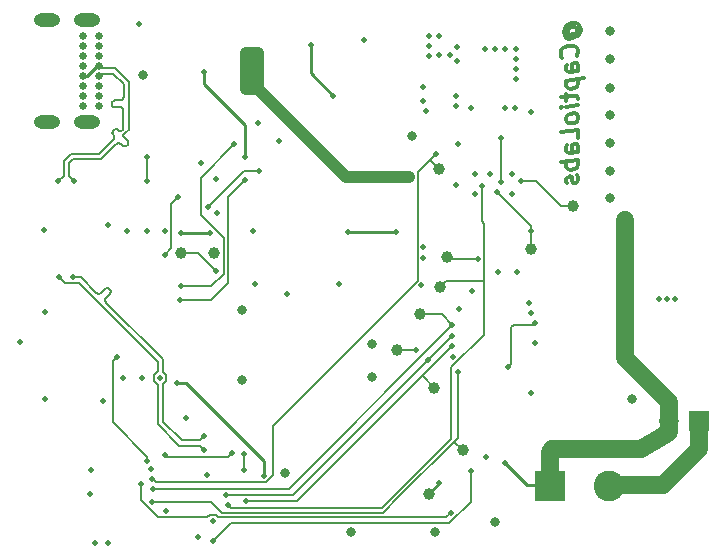
<source format=gbr>
G04 #@! TF.GenerationSoftware,KiCad,Pcbnew,(5.1.5-0-10_14)*
G04 #@! TF.CreationDate,2020-06-14T19:46:55-04:00*
G04 #@! TF.ProjectId,PD_PowerSupply,50445f50-6f77-4657-9253-7570706c792e,rev?*
G04 #@! TF.SameCoordinates,Original*
G04 #@! TF.FileFunction,Copper,L4,Bot*
G04 #@! TF.FilePolarity,Positive*
%FSLAX46Y46*%
G04 Gerber Fmt 4.6, Leading zero omitted, Abs format (unit mm)*
G04 Created by KiCad (PCBNEW (5.1.5-0-10_14)) date 2020-06-14 19:46:55*
%MOMM*%
%LPD*%
G04 APERTURE LIST*
%ADD10C,0.300000*%
%ADD11C,2.600000*%
%ADD12R,2.600000X2.600000*%
%ADD13C,1.000000*%
%ADD14O,2.216000X1.108000*%
%ADD15C,0.650000*%
%ADD16O,1.700000X1.700000*%
%ADD17R,1.700000X1.700000*%
%ADD18C,0.508000*%
%ADD19C,0.800000*%
%ADD20C,0.152400*%
%ADD21C,0.254000*%
%ADD22C,0.508000*%
%ADD23C,1.016000*%
%ADD24C,1.524000*%
%ADD25C,0.200000*%
G04 APERTURE END LIST*
D10*
X159553085Y-76046185D02*
X159481657Y-75983685D01*
X159410228Y-75849757D01*
X159410228Y-75706900D01*
X159481657Y-75555114D01*
X159553085Y-75474757D01*
X159695942Y-75385471D01*
X159838800Y-75367614D01*
X159981657Y-75421185D01*
X160053085Y-75483685D01*
X160124514Y-75617614D01*
X160124514Y-75760471D01*
X160053085Y-75912257D01*
X159981657Y-75992614D01*
X159410228Y-76064042D02*
X159981657Y-75992614D01*
X160053085Y-76055114D01*
X160053085Y-76126542D01*
X159981657Y-76278328D01*
X159838800Y-76367614D01*
X159481657Y-76412257D01*
X159267371Y-76296185D01*
X159124514Y-76099757D01*
X159053085Y-75822971D01*
X159124514Y-75528328D01*
X159267371Y-75296185D01*
X159481657Y-75126542D01*
X159767371Y-75019400D01*
X160053085Y-75055114D01*
X160267371Y-75171185D01*
X160410228Y-75367614D01*
X160481657Y-75644400D01*
X160410228Y-75939042D01*
X160267371Y-76171185D01*
X160124514Y-77831900D02*
X160195942Y-77751542D01*
X160267371Y-77528328D01*
X160267371Y-77385471D01*
X160195942Y-77180114D01*
X160053085Y-77055114D01*
X159910228Y-77001542D01*
X159624514Y-76965828D01*
X159410228Y-76992614D01*
X159124514Y-77099757D01*
X158981657Y-77189042D01*
X158838800Y-77349757D01*
X158767371Y-77572971D01*
X158767371Y-77715828D01*
X158838800Y-77921185D01*
X158910228Y-77983685D01*
X160267371Y-79099757D02*
X159481657Y-79197971D01*
X159338800Y-79144400D01*
X159267371Y-79010471D01*
X159267371Y-78724757D01*
X159338800Y-78572971D01*
X160195942Y-79108685D02*
X160267371Y-78956900D01*
X160267371Y-78599757D01*
X160195942Y-78465828D01*
X160053085Y-78412257D01*
X159910228Y-78430114D01*
X159767371Y-78519400D01*
X159695942Y-78671185D01*
X159695942Y-79028328D01*
X159624514Y-79180114D01*
X159267371Y-79939042D02*
X160767371Y-79751542D01*
X159338800Y-79930114D02*
X159267371Y-80081900D01*
X159267371Y-80367614D01*
X159338800Y-80501542D01*
X159410228Y-80564042D01*
X159553085Y-80617614D01*
X159981657Y-80564042D01*
X160124514Y-80474757D01*
X160195942Y-80394400D01*
X160267371Y-80242614D01*
X160267371Y-79956900D01*
X160195942Y-79822971D01*
X159267371Y-81081900D02*
X159267371Y-81653328D01*
X158767371Y-81358685D02*
X160053085Y-81197971D01*
X160195942Y-81251542D01*
X160267371Y-81385471D01*
X160267371Y-81528328D01*
X160267371Y-82028328D02*
X159267371Y-82153328D01*
X158767371Y-82215828D02*
X158838800Y-82135471D01*
X158910228Y-82197971D01*
X158838800Y-82278328D01*
X158767371Y-82215828D01*
X158910228Y-82197971D01*
X160267371Y-82956900D02*
X160195942Y-82822971D01*
X160124514Y-82760471D01*
X159981657Y-82706900D01*
X159553085Y-82760471D01*
X159410228Y-82849757D01*
X159338800Y-82930114D01*
X159267371Y-83081900D01*
X159267371Y-83296185D01*
X159338800Y-83430114D01*
X159410228Y-83492614D01*
X159553085Y-83546185D01*
X159981657Y-83492614D01*
X160124514Y-83403328D01*
X160195942Y-83322971D01*
X160267371Y-83171185D01*
X160267371Y-82956900D01*
X160267371Y-84814042D02*
X160267371Y-84099757D01*
X158767371Y-84287257D01*
X160267371Y-85956900D02*
X159481657Y-86055114D01*
X159338800Y-86001542D01*
X159267371Y-85867614D01*
X159267371Y-85581900D01*
X159338800Y-85430114D01*
X160195942Y-85965828D02*
X160267371Y-85814042D01*
X160267371Y-85456900D01*
X160195942Y-85322971D01*
X160053085Y-85269400D01*
X159910228Y-85287257D01*
X159767371Y-85376542D01*
X159695942Y-85528328D01*
X159695942Y-85885471D01*
X159624514Y-86037257D01*
X160267371Y-86671185D02*
X158767371Y-86858685D01*
X159338800Y-86787257D02*
X159267371Y-86939042D01*
X159267371Y-87224757D01*
X159338800Y-87358685D01*
X159410228Y-87421185D01*
X159553085Y-87474757D01*
X159981657Y-87421185D01*
X160124514Y-87331900D01*
X160195942Y-87251542D01*
X160267371Y-87099757D01*
X160267371Y-86814042D01*
X160195942Y-86680114D01*
X160195942Y-87965828D02*
X160267371Y-88099757D01*
X160267371Y-88385471D01*
X160195942Y-88537257D01*
X160053085Y-88626542D01*
X159981657Y-88635471D01*
X159838800Y-88581900D01*
X159767371Y-88447971D01*
X159767371Y-88233685D01*
X159695942Y-88099757D01*
X159553085Y-88046185D01*
X159481657Y-88055114D01*
X159338800Y-88144400D01*
X159267371Y-88296185D01*
X159267371Y-88510471D01*
X159338800Y-88644400D01*
D11*
X162888800Y-114234400D03*
D12*
X157888800Y-114234400D03*
D13*
X148488800Y-87434400D03*
X156288800Y-94234400D03*
X159788800Y-90534400D03*
D14*
X115305000Y-74805000D03*
X115305000Y-83455000D03*
X118685000Y-83455000D03*
X118685000Y-74805000D03*
D15*
X118315000Y-76155000D03*
X118315000Y-77005000D03*
X118315000Y-77855000D03*
X118315000Y-78705000D03*
X118315000Y-79555000D03*
X118315000Y-80405000D03*
X118315000Y-81255000D03*
X118315000Y-82105000D03*
X119665000Y-82105000D03*
X119665000Y-81255000D03*
X119665000Y-80405000D03*
X119665000Y-79555000D03*
X119665000Y-78705000D03*
X119665000Y-77855000D03*
X119665000Y-77005000D03*
X119665000Y-76155000D03*
D13*
X144888800Y-102734400D03*
X146888800Y-99734400D03*
X150488800Y-111234400D03*
X149188800Y-94834400D03*
X148588800Y-97434400D03*
X148088800Y-105934400D03*
X147593200Y-114944000D03*
X129457600Y-94573200D03*
X126612800Y-94573200D03*
D16*
X167964000Y-108746400D03*
D17*
X170504000Y-108746400D03*
D18*
X129559200Y-96046400D03*
X126612800Y-94573200D03*
X131946800Y-111591200D03*
X131946800Y-112912000D03*
X125292000Y-111642000D03*
X129457600Y-94573200D03*
X130981600Y-111438800D03*
X152381200Y-77301200D03*
X149650800Y-103322000D03*
X150034000Y-78278400D03*
X150034000Y-77059200D03*
X147134000Y-81678400D03*
X147134000Y-80459200D03*
X124834800Y-105114200D03*
X123285400Y-105114200D03*
X121736000Y-105114200D03*
X119348400Y-119058800D03*
X128086000Y-118550800D03*
X125393600Y-116366400D03*
X153435200Y-96148000D03*
X156635600Y-102142400D03*
X152419200Y-111794400D03*
D19*
X164814400Y-106866800D03*
X162934800Y-89848800D03*
X162985600Y-87562800D03*
X162934800Y-85226000D03*
X162934800Y-82889200D03*
X162985600Y-80552400D03*
X162985600Y-78114000D03*
D18*
X139973200Y-97164000D03*
X149879200Y-81212800D03*
X149879200Y-82076400D03*
X151188800Y-82234400D03*
X148488800Y-76134400D03*
X147593200Y-76996400D03*
X147593200Y-76183600D03*
X147593200Y-77860000D03*
X148507600Y-77809200D03*
X149371200Y-77809200D03*
D19*
X153211200Y-117267600D03*
X135466400Y-113162400D03*
X140989200Y-118144400D03*
X148152000Y-118144400D03*
D18*
X135604400Y-97976800D03*
X146983600Y-97265600D03*
X147136000Y-94928800D03*
X147136000Y-94065200D03*
X168461200Y-98435600D03*
X167800800Y-98435600D03*
X167140400Y-98435600D03*
X115081200Y-106917600D03*
X120466000Y-92185600D03*
X142106800Y-76488400D03*
X134940800Y-85073600D03*
X133140800Y-83498800D03*
X123107600Y-75116800D03*
X132759600Y-92642800D03*
X122091600Y-92642800D03*
X123717200Y-92642800D03*
X125292000Y-92642800D03*
X129588800Y-88234400D03*
X128288800Y-86934400D03*
X115005000Y-92566600D03*
X113023800Y-102040800D03*
D19*
X142818000Y-105066400D03*
D18*
X154959200Y-79841200D03*
X154959200Y-78994532D03*
X154959200Y-78147866D03*
X153240533Y-77301200D03*
X154099866Y-77301200D03*
X154959200Y-77301200D03*
X154044800Y-82279600D03*
X154888800Y-82279600D03*
D19*
X162985600Y-75777200D03*
D18*
X156229200Y-99653200D03*
X150188800Y-99234400D03*
X149916000Y-88744000D03*
X127070000Y-108492400D03*
X124088800Y-112834400D03*
X120466000Y-119058800D03*
X118888800Y-114934400D03*
X118988800Y-112934400D03*
X154688800Y-89534400D03*
X151488800Y-87834400D03*
D19*
X146188800Y-84634400D03*
D18*
X156288800Y-82634400D03*
X156235514Y-106388924D03*
X137636400Y-76894800D03*
X139516000Y-81212800D03*
X125241200Y-94674800D03*
X126409600Y-89798000D03*
D19*
X131794400Y-105292000D03*
X131794400Y-99399200D03*
D18*
X128797200Y-113369200D03*
X115081200Y-99551600D03*
X132886700Y-97164000D03*
X129305200Y-117228000D03*
D19*
X142818000Y-102266400D03*
D18*
X155081199Y-96148000D03*
X151281201Y-97743199D03*
X120034200Y-107095400D03*
X154688800Y-87834400D03*
X152788800Y-87834400D03*
X151488800Y-89534400D03*
X150057559Y-85303159D03*
X147388800Y-82534400D03*
X156088800Y-98734400D03*
D19*
X133166000Y-77606000D03*
X133166000Y-78622000D03*
X133166000Y-79638000D03*
X132150000Y-77606000D03*
X132150000Y-78622000D03*
X132150000Y-79638000D03*
X132150000Y-80654000D03*
X123412400Y-79434800D03*
X145901600Y-88121600D03*
X133166000Y-80654000D03*
D18*
X132068400Y-86363600D03*
X128594000Y-79180800D03*
X128898800Y-90610800D03*
X133267600Y-87562800D03*
X129715600Y-91114800D03*
X148507600Y-114029600D03*
X149472800Y-116518800D03*
X123209200Y-114131198D03*
X132048400Y-88375600D03*
X126562000Y-98535600D03*
X131134000Y-85327600D03*
X126663600Y-97367200D03*
X153688800Y-88534400D03*
X153688800Y-84834400D03*
X126587400Y-92871400D03*
X129076600Y-92871400D03*
X154349600Y-104225200D03*
X156635600Y-100466000D03*
D19*
X164255600Y-93049200D03*
X164255600Y-91728400D03*
D18*
X154044800Y-112302400D03*
X123768000Y-112150000D03*
X121228000Y-103361600D03*
X124150000Y-115578000D03*
X150082400Y-104631600D03*
X130458000Y-115030000D03*
X149588802Y-101534394D03*
X147538797Y-103584397D03*
X146488800Y-102734408D03*
X124225200Y-114486800D03*
X149588802Y-100634400D03*
X132105801Y-115560201D03*
X149588802Y-102434400D03*
X140786000Y-92795200D03*
X144850000Y-92795200D03*
X133623200Y-113420000D03*
X126308000Y-105571400D03*
X123717200Y-88477200D03*
X123717200Y-86394400D03*
X128594000Y-110067200D03*
X117519600Y-96605200D03*
X128594000Y-111184800D03*
X116300400Y-96605200D03*
X116249600Y-88426400D03*
X117570400Y-88426400D03*
X155388800Y-88434400D03*
X153388800Y-89334400D03*
X156288800Y-92634400D03*
X151149200Y-113013600D03*
X129356001Y-118957199D03*
X151809600Y-95013600D03*
X130575200Y-115858400D03*
X152088800Y-88834400D03*
X148188800Y-86134400D03*
X124188800Y-113634400D03*
D20*
X129559200Y-96148000D02*
X129559200Y-96148000D01*
X128086000Y-94573200D02*
X129559200Y-96046400D01*
X126612800Y-94573200D02*
X128086000Y-94573200D01*
X131946800Y-112759600D02*
X131794400Y-112912000D01*
X131946800Y-111591200D02*
X131946800Y-112759600D01*
X130586000Y-111834400D02*
X130981600Y-111438800D01*
X125484400Y-111834400D02*
X130586000Y-111834400D01*
X125292000Y-111642000D02*
X125484400Y-111834400D01*
D21*
X137636400Y-79333200D02*
X139516000Y-81212800D01*
X137636400Y-76894800D02*
X137636400Y-79333200D01*
D20*
X126155601Y-90051999D02*
X126409600Y-89798000D01*
X125822201Y-90385399D02*
X126155601Y-90051999D01*
X125822201Y-94093799D02*
X125822201Y-90385399D01*
X125241200Y-94674800D02*
X125822201Y-94093799D01*
D22*
X145866000Y-88121600D02*
X145866000Y-88121600D01*
D23*
X140633600Y-88121600D02*
X145901600Y-88121600D01*
X133166000Y-80654000D02*
X140633600Y-88121600D01*
X133166000Y-80654000D02*
X133166000Y-77606000D01*
X132150000Y-77606000D02*
X132150000Y-80654000D01*
X132150000Y-80654000D02*
X133166000Y-80654000D01*
X132150000Y-79638000D02*
X133166000Y-79638000D01*
X132150000Y-78622000D02*
X133166000Y-78622000D01*
X132150000Y-77606000D02*
X133166000Y-77606000D01*
D21*
X132068400Y-86363600D02*
X132068400Y-83671200D01*
X132068400Y-83671200D02*
X128594000Y-80196800D01*
X128594000Y-80196800D02*
X128594000Y-79180800D01*
X128594000Y-79180800D02*
X128594000Y-79180800D01*
D20*
X128898800Y-90610800D02*
X131946800Y-87562800D01*
X131946800Y-87562800D02*
X133267600Y-87562800D01*
D21*
X147593200Y-114944000D02*
X148507600Y-114029600D01*
X123158400Y-114131200D02*
X123158400Y-114131200D01*
D20*
X128823302Y-116925200D02*
X124686118Y-116925200D01*
X123209200Y-114490408D02*
X123209200Y-114131198D01*
X123209200Y-115448282D02*
X123209200Y-114490408D01*
X129787098Y-116925200D02*
X129559697Y-116697799D01*
X149472800Y-116518800D02*
X149066400Y-116925200D01*
X129559697Y-116697799D02*
X129050703Y-116697799D01*
X149066400Y-116925200D02*
X129787098Y-116925200D01*
X129050703Y-116697799D02*
X128823302Y-116925200D01*
X124686118Y-116925200D02*
X123209200Y-115448282D01*
X130626000Y-97052782D02*
X130626000Y-89798000D01*
X129143182Y-98535600D02*
X130626000Y-97052782D01*
X130626000Y-89798000D02*
X132048400Y-88375600D01*
X126562000Y-98535600D02*
X129143182Y-98535600D01*
X130233801Y-96289399D02*
X129156000Y-97367200D01*
X129156000Y-97367200D02*
X126663600Y-97367200D01*
X130233801Y-93243903D02*
X130233801Y-96289399D01*
X128289200Y-91299302D02*
X130233801Y-93243903D01*
X128289200Y-88172400D02*
X128289200Y-91299302D01*
X131134000Y-85327600D02*
X128289200Y-88172400D01*
X153688800Y-88534400D02*
X153688800Y-88175190D01*
X153688800Y-88175190D02*
X153688800Y-84834400D01*
X129076600Y-92871400D02*
X129076600Y-92871400D01*
D21*
X126587400Y-92871400D02*
X129076600Y-92871400D01*
D24*
X164693277Y-114182000D02*
X162854800Y-114182000D01*
X170504000Y-111120400D02*
X167442400Y-114182000D01*
X167442400Y-114182000D02*
X164693277Y-114182000D01*
X170504000Y-108746400D02*
X170504000Y-111120400D01*
D20*
X156635600Y-100466000D02*
X156534000Y-100618400D01*
X156479200Y-100622400D02*
X156635600Y-100466000D01*
X154800800Y-100622400D02*
X156479200Y-100622400D01*
X154603599Y-100819601D02*
X154800800Y-100622400D01*
X154603599Y-103971201D02*
X154603599Y-100819601D01*
X154349600Y-104225200D02*
X154603599Y-103971201D01*
D24*
X157854800Y-111358000D02*
X157854800Y-114182000D01*
X158078800Y-111134000D02*
X157854800Y-111358000D01*
X165576400Y-111134000D02*
X158078800Y-111134000D01*
X164255600Y-103463200D02*
X167964000Y-107171600D01*
X167964000Y-107171600D02*
X167964000Y-109711600D01*
X167964000Y-109711600D02*
X167862400Y-109813200D01*
X164255600Y-91728400D02*
X164255600Y-103463200D01*
X167862400Y-109813200D02*
X165576400Y-111134000D01*
X167964000Y-108746400D02*
X167862400Y-109813200D01*
D21*
X157854800Y-114182000D02*
X155924400Y-114182000D01*
X155924400Y-114182000D02*
X154044800Y-112302400D01*
X154044800Y-112302400D02*
X154044800Y-112302400D01*
X154044800Y-112302400D02*
X154044800Y-112302400D01*
D20*
X120872400Y-108873400D02*
X120872400Y-103717200D01*
X120872400Y-103717200D02*
X121228000Y-103361600D01*
X123768000Y-111769000D02*
X120872400Y-108873400D01*
X123768000Y-112150000D02*
X123768000Y-111769000D01*
X121228000Y-103361600D02*
X121228000Y-103361600D01*
X150082400Y-104631600D02*
X150082400Y-104631600D01*
X124150000Y-115578000D02*
X129177200Y-115578000D01*
X130118000Y-116518800D02*
X143744729Y-116518800D01*
X129177200Y-115578000D02*
X130118000Y-116518800D01*
X149825210Y-110438320D02*
X150082400Y-110181130D01*
X143744729Y-116518800D02*
X145116329Y-115147200D01*
X150082400Y-110181130D02*
X150082400Y-104631600D01*
X149758965Y-110504565D02*
X150488800Y-111234400D01*
X145116329Y-115147200D02*
X149758965Y-110504565D01*
X149758965Y-110504565D02*
X149825210Y-110438320D01*
X136093194Y-115030000D02*
X147538797Y-103584397D01*
X130458000Y-115030000D02*
X136093194Y-115030000D01*
X149334801Y-101788393D02*
X149588800Y-101534394D01*
X147538797Y-103584397D02*
X149334801Y-101788393D01*
X144888800Y-102734400D02*
X146488792Y-102734400D01*
X146488792Y-102734400D02*
X146488800Y-102734408D01*
X148688802Y-99734400D02*
X149588802Y-100634400D01*
X146888800Y-99734400D02*
X148688802Y-99734400D01*
X149588802Y-100645096D02*
X149588802Y-100634400D01*
X135747098Y-114486800D02*
X149588802Y-100645096D01*
X124225200Y-114486800D02*
X135747098Y-114486800D01*
X132105801Y-115560201D02*
X132105801Y-115560201D01*
X149334801Y-102688399D02*
X149588800Y-102434400D01*
X132105801Y-115560201D02*
X136462999Y-115560201D01*
X147138800Y-104984400D02*
X148088800Y-105934400D01*
X147138800Y-104884400D02*
X147138800Y-104984400D01*
X136462999Y-115560201D02*
X147138800Y-104884400D01*
X147138800Y-104884400D02*
X149334801Y-102688399D01*
D21*
X144490790Y-92795200D02*
X140786000Y-92795200D01*
X144850000Y-92795200D02*
X144490790Y-92795200D01*
X133623200Y-113420000D02*
X133623200Y-112168800D01*
X127025800Y-105571400D02*
X126308000Y-105571400D01*
X133623200Y-112168800D02*
X127025800Y-105571400D01*
D20*
X123717200Y-88477200D02*
X123717200Y-86394400D01*
X128594000Y-110067200D02*
X128594000Y-110067200D01*
D25*
X119501892Y-97918655D02*
X119449371Y-97876771D01*
X118177800Y-96605200D02*
X117519600Y-96605200D01*
X119760585Y-97947803D02*
X119695091Y-97962752D01*
X119873634Y-97876770D02*
X119821111Y-97918655D01*
X120156477Y-97593928D02*
X119873634Y-97876770D01*
X120402199Y-97507946D02*
X120335020Y-97507946D01*
X120335020Y-97507946D02*
X120269526Y-97522895D01*
X120580742Y-97593928D02*
X120528219Y-97552042D01*
X119449371Y-97876771D02*
X118177800Y-96605200D01*
X119695091Y-97962752D02*
X119627912Y-97962752D01*
X120209000Y-97552042D02*
X120156477Y-97593928D01*
X120622627Y-97646450D02*
X120580742Y-97593928D01*
X120666724Y-97772470D02*
X120651775Y-97706976D01*
X120269526Y-97522895D02*
X120209000Y-97552042D01*
X120651775Y-97905143D02*
X120666724Y-97839649D01*
X119562418Y-97947803D02*
X119501892Y-97918655D01*
X120622627Y-97965669D02*
X120651775Y-97905143D01*
X120256014Y-98353558D02*
X120297900Y-98301035D01*
X120297900Y-98301035D02*
X120580742Y-98018192D01*
X120666724Y-97839649D02*
X120666724Y-97772470D01*
X120226867Y-98414084D02*
X120256014Y-98353558D01*
X125113800Y-108841200D02*
X125113800Y-105581122D01*
X120651775Y-97706976D02*
X120622627Y-97646450D01*
X120226867Y-98612251D02*
X120211918Y-98546757D01*
X125338801Y-104872279D02*
X125113800Y-104647278D01*
X119821111Y-97918655D02*
X119760585Y-97947803D01*
X120256014Y-98672777D02*
X120226867Y-98612251D01*
X119627912Y-97962752D02*
X119562418Y-97947803D01*
X125338801Y-105356121D02*
X125338801Y-104872279D01*
X125113800Y-103541200D02*
X120297900Y-98725300D01*
X120211918Y-98546757D02*
X120211918Y-98479578D01*
X125113800Y-104647278D02*
X125113800Y-103541200D01*
X128260200Y-110401000D02*
X126673600Y-110401000D01*
X120528219Y-97552042D02*
X120467693Y-97522895D01*
X120211918Y-98479578D02*
X120226867Y-98414084D01*
X120467693Y-97522895D02*
X120402199Y-97507946D01*
X125113800Y-105581122D02*
X125338801Y-105356121D01*
X120580742Y-98018192D02*
X120622627Y-97965669D01*
X120297900Y-98725300D02*
X120256014Y-98672777D01*
X126673600Y-110401000D02*
X125113800Y-108841200D01*
X128594000Y-110067200D02*
X128260200Y-110401000D01*
D20*
X128594000Y-111184800D02*
X128594000Y-111184800D01*
D25*
X116804401Y-97109201D02*
X116300400Y-96605200D01*
X124663800Y-103727600D02*
X118088800Y-97152600D01*
X124663800Y-104539278D02*
X124663800Y-103727600D01*
X124592879Y-105618201D02*
X124330799Y-105356121D01*
X124330799Y-104872279D02*
X124663800Y-104539278D01*
X124663800Y-105618201D02*
X124592879Y-105618201D01*
X124330799Y-105356121D02*
X124330799Y-104872279D01*
X126487200Y-110851000D02*
X124663800Y-109027600D01*
X118088800Y-97152600D02*
X118088800Y-97134400D01*
X124663800Y-109027600D02*
X124663800Y-105618201D01*
X118063601Y-97109201D02*
X116804401Y-97109201D01*
X118088800Y-97134400D02*
X118063601Y-97109201D01*
X128260200Y-110851000D02*
X126487200Y-110851000D01*
X128594000Y-111184800D02*
X128260200Y-110851000D01*
D20*
X116249600Y-88426400D02*
X116249600Y-88426400D01*
D25*
X116685000Y-87991000D02*
X116249600Y-88426400D01*
X116685000Y-86720000D02*
X116685000Y-87991000D01*
X120893655Y-84911342D02*
X120840271Y-84964728D01*
X120930270Y-84865429D02*
X120893655Y-84911342D01*
X120955750Y-84812519D02*
X120930270Y-84865429D01*
X120968818Y-84755265D02*
X120955750Y-84812519D01*
X120930270Y-84586377D02*
X120955750Y-84639287D01*
X120818493Y-84384386D02*
X120831560Y-84441639D01*
X120857041Y-84494549D02*
X120930270Y-84586377D01*
X121272006Y-84079584D02*
X121219096Y-84054104D01*
X121642886Y-84152814D02*
X121589976Y-84178294D01*
X120992954Y-84079584D02*
X120947041Y-84116199D01*
X119695600Y-86109400D02*
X117295600Y-86109400D01*
X121103118Y-84041036D02*
X121045864Y-84054104D01*
X120840271Y-84964728D02*
X119695600Y-86109400D01*
X121589976Y-84178294D02*
X121532723Y-84191362D01*
X121416744Y-84178294D02*
X121363834Y-84152814D01*
X120771322Y-81842643D02*
X120763800Y-81909400D01*
X121473997Y-84191362D02*
X121416744Y-84178294D01*
X121688800Y-84116200D02*
X121642886Y-84152814D01*
X120997044Y-82201878D02*
X121063800Y-82209400D01*
X121363834Y-84152814D02*
X121272006Y-84079584D01*
X121756279Y-81376156D02*
X121734091Y-81439565D01*
X120933635Y-82179690D02*
X120997044Y-82201878D01*
X120793510Y-81779234D02*
X120771322Y-81842643D01*
X120893655Y-84169584D02*
X120857041Y-84215497D01*
X120876754Y-82143949D02*
X120933635Y-82179690D01*
X121734091Y-81439565D02*
X121698350Y-81496446D01*
X121563800Y-82209400D02*
X121688800Y-82334400D01*
X120771322Y-81976156D02*
X120793510Y-82039565D01*
X120997044Y-81616921D02*
X120933635Y-81639109D01*
X120831560Y-84268407D02*
X120818493Y-84325660D01*
X120829251Y-81722353D02*
X120793510Y-81779234D01*
X120763800Y-81909400D02*
X120771322Y-81976156D01*
X120933635Y-81639109D02*
X120876754Y-81674850D01*
X121063800Y-81609400D02*
X120997044Y-81616921D01*
X117295600Y-86109400D02*
X116685000Y-86720000D01*
X120829251Y-82096446D02*
X120876754Y-82143949D01*
X120955750Y-84639287D02*
X120968818Y-84696540D01*
X120857041Y-84215497D02*
X120831560Y-84268407D01*
X120818493Y-84325660D02*
X120818493Y-84384386D01*
X121530557Y-81601878D02*
X121463800Y-81609400D01*
X120831560Y-84441639D02*
X120857041Y-84494549D01*
X120876754Y-81674850D02*
X120829251Y-81722353D01*
X121650847Y-81543949D02*
X121593966Y-81579690D01*
X120947041Y-84116199D02*
X120893655Y-84169584D01*
X121463800Y-81609400D02*
X121063800Y-81609400D01*
X121063800Y-82209400D02*
X121563800Y-82209400D01*
X121763800Y-80227600D02*
X121763800Y-81309400D01*
X121698350Y-81496446D02*
X121650847Y-81543949D01*
X121161843Y-84041036D02*
X121103118Y-84041036D01*
X121593966Y-81579690D02*
X121530557Y-81601878D01*
X121763800Y-81309400D02*
X121756279Y-81376156D01*
X120891200Y-79355000D02*
X121763800Y-80227600D01*
X121532723Y-84191362D02*
X121473997Y-84191362D01*
X121045864Y-84054104D02*
X120992954Y-84079584D01*
X121219096Y-84054104D02*
X121161843Y-84041036D01*
X121688800Y-82334400D02*
X121688800Y-84116200D01*
X120793510Y-82039565D02*
X120829251Y-82096446D01*
X120968818Y-84696540D02*
X120968818Y-84755265D01*
X119865000Y-79355000D02*
X120891200Y-79355000D01*
X119665000Y-79555000D02*
X119865000Y-79355000D01*
D21*
X118700038Y-79555000D02*
X119550038Y-78705000D01*
X118315000Y-79555000D02*
X118700038Y-79555000D01*
D20*
X119665000Y-78705000D02*
X119550038Y-78705000D01*
X117570400Y-88426400D02*
X117570400Y-88426400D01*
D25*
X117135000Y-86906400D02*
X117135000Y-87991000D01*
X119882000Y-86559400D02*
X117482000Y-86559400D01*
X121170307Y-85281731D02*
X121117785Y-85323617D01*
X121230834Y-85252583D02*
X121170307Y-85281731D01*
X117482000Y-86559400D02*
X117135000Y-86906400D01*
X121542049Y-85323617D02*
X121489527Y-85281730D01*
X121117785Y-85323617D02*
X119882000Y-86559400D01*
X121690033Y-85460962D02*
X121637509Y-85419077D01*
X121750558Y-85490110D02*
X121690033Y-85460962D01*
X121883231Y-85505059D02*
X121816053Y-85505058D01*
X121948726Y-85490109D02*
X121883231Y-85505059D01*
X122132807Y-85306028D02*
X122103659Y-85366555D01*
X121296327Y-85237635D02*
X121230834Y-85252583D01*
X121429000Y-85252584D02*
X121363507Y-85237634D01*
X122147755Y-85240535D02*
X122132807Y-85306028D01*
X122188800Y-80016200D02*
X122188800Y-84112951D01*
X122132806Y-85107862D02*
X122147756Y-85173355D01*
X122103660Y-85047335D02*
X122132806Y-85107862D01*
X122061773Y-84994813D02*
X122103660Y-85047335D01*
X122009251Y-85460963D02*
X121948726Y-85490109D01*
X121718824Y-84651864D02*
X122061773Y-84994813D01*
X122103659Y-85366555D02*
X122061773Y-85419077D01*
X117135000Y-87991000D02*
X117570400Y-88426400D01*
X121706985Y-84633022D02*
X121711843Y-84643110D01*
X121706985Y-84599994D02*
X121704494Y-84610910D01*
X121077600Y-78905000D02*
X122188800Y-80016200D01*
X122147756Y-85173355D02*
X122147755Y-85240535D01*
X122061773Y-85419077D02*
X122009251Y-85460963D01*
X121711843Y-84589907D02*
X121706985Y-84599994D01*
X121718824Y-84581153D02*
X121711843Y-84589907D01*
X121489527Y-85281730D02*
X121429000Y-85252584D01*
X122072378Y-84227600D02*
X121718824Y-84581153D01*
X121363507Y-85237634D02*
X121296327Y-85237635D01*
X121711843Y-84643110D02*
X121718824Y-84651864D01*
X121816053Y-85505058D02*
X121750558Y-85490110D01*
X122081132Y-84220619D02*
X122072378Y-84227600D01*
X121704494Y-84610910D02*
X121704494Y-84622106D01*
X121704494Y-84622106D02*
X121706985Y-84633022D01*
X122188800Y-84112951D02*
X122081132Y-84220619D01*
X119865000Y-78905000D02*
X121077600Y-78905000D01*
X121637509Y-85419077D02*
X121542049Y-85323617D01*
X119665000Y-78705000D02*
X119865000Y-78905000D01*
D20*
X159788800Y-90534400D02*
X158827105Y-90534400D01*
X158827105Y-90534400D02*
X156727105Y-88434400D01*
X156727105Y-88434400D02*
X155388800Y-88434400D01*
X156288800Y-92234400D02*
X156288800Y-92634400D01*
X153388800Y-89334400D02*
X156288800Y-92234400D01*
X156288800Y-94234400D02*
X156288800Y-92634400D01*
X151149200Y-113013600D02*
X151149200Y-115627098D01*
X149343098Y-117433200D02*
X130880000Y-117433200D01*
X130880000Y-117433200D02*
X129610000Y-118703200D01*
X129610000Y-118703200D02*
X129356001Y-118957199D01*
X151149200Y-115627098D02*
X149343098Y-117433200D01*
X149368000Y-95013600D02*
X149188800Y-94834400D01*
X151809600Y-95013600D02*
X149368000Y-95013600D01*
X130575200Y-115858400D02*
X130829200Y-116112400D01*
X143652747Y-116112400D02*
X149472800Y-110292347D01*
X149472800Y-110292347D02*
X149472800Y-104225200D01*
X130829200Y-116112400D02*
X143652747Y-116112400D01*
X149472800Y-104225200D02*
X149498000Y-104225200D01*
X152289801Y-101433399D02*
X152289801Y-92035401D01*
X149498000Y-104225200D02*
X152289801Y-101433399D01*
X152289801Y-92035401D02*
X152088800Y-91834400D01*
X152088800Y-91834400D02*
X152088800Y-88834400D01*
X149088799Y-96934401D02*
X152288800Y-96934401D01*
X148588800Y-97434400D02*
X149088799Y-96934401D01*
X133819498Y-113934400D02*
X124488800Y-113934400D01*
X124488800Y-113934400D02*
X124188800Y-113634400D01*
X134388800Y-109149702D02*
X134388800Y-113365098D01*
X134388800Y-113365098D02*
X133819498Y-113934400D01*
X146655799Y-96882703D02*
X134388800Y-109149702D01*
X146655799Y-87667401D02*
X146655799Y-96882703D01*
X147688800Y-86634400D02*
X148488800Y-87434400D01*
X148188800Y-86134400D02*
X147688800Y-86634400D01*
X147688800Y-86634400D02*
X146655799Y-87667401D01*
M02*

</source>
